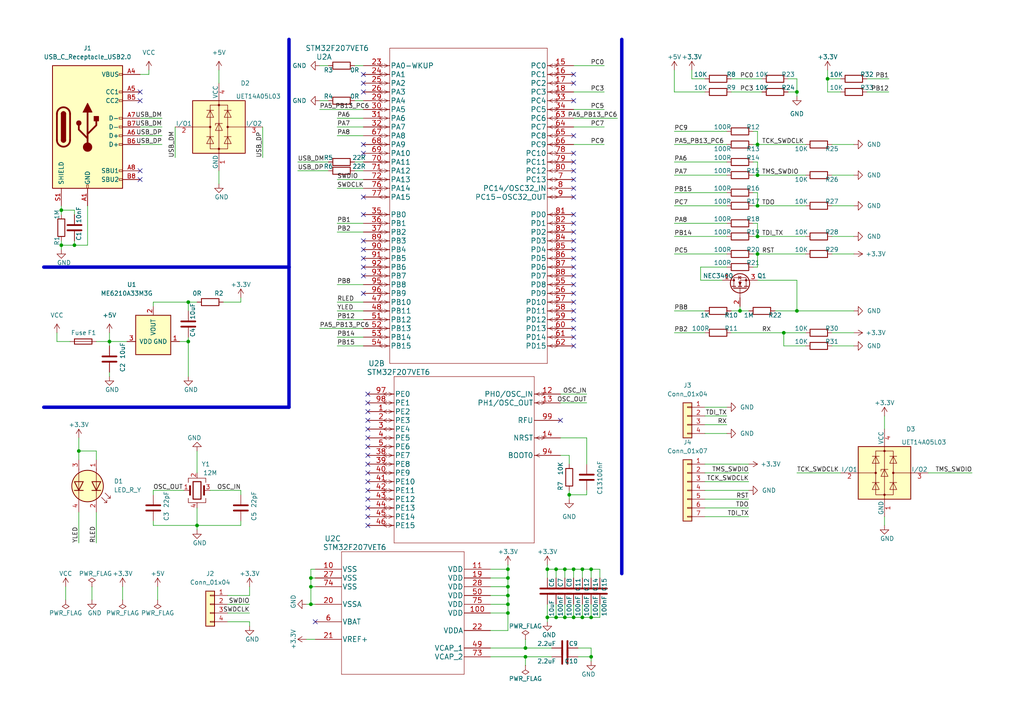
<source format=kicad_sch>
(kicad_sch (version 20211123) (generator eeschema)
  (paper "A4")
  (title_block (title "JLinkV9-mini") (date "2022-10-22") (rev "hinsshum"))
  (junction (at 21.59 71.12))
  (junction (at 161.29 179.07))
  (junction (at 240.03 22.86))
  (junction (at 231.14 90.17))
  (junction (at 147.32 170.18))
  (junction (at 219.71 41.91))
  (junction (at 171.45 190.5))
  (junction (at 147.32 177.8))
  (junction (at 219.71 73.66))
  (junction (at 90.17 167.64))
  (junction (at 214.63 90.17))
  (junction (at 219.71 50.8))
  (junction (at 147.32 165.1))
  (junction (at 168.91 179.07))
  (junction (at 166.37 165.1))
  (junction (at 17.78 60.96))
  (junction (at 152.4 187.96))
  (junction (at 90.17 170.18))
  (junction (at 90.17 175.26))
  (junction (at 171.45 165.1))
  (junction (at 231.14 26.67))
  (junction (at 163.83 165.1))
  (junction (at 161.29 165.1))
  (junction (at 147.32 175.26))
  (junction (at 166.37 179.07))
  (junction (at 57.15 152.4))
  (junction (at 152.4 190.5))
  (junction (at 54.61 99.06))
  (junction (at 165.1 143.51))
  (junction (at 168.91 165.1))
  (junction (at 147.32 172.72))
  (junction (at 31.75 99.06))
  (junction (at 158.75 165.1))
  (junction (at 163.83 179.07))
  (junction (at 158.75 179.07))
  (junction (at 22.86 130.81))
  (junction (at 219.71 59.69))
  (junction (at 219.71 68.58))
  (junction (at 147.32 167.64))
  (junction (at 227.33 96.52))
  (junction (at 171.45 179.07))
  (junction (at 54.61 87.63))
  (junction (at 17.78 71.12))
  (no_connect (at 106.68 142.24))
  (no_connect (at 105.41 77.47))
  (no_connect (at 106.68 121.92))
  (no_connect (at 166.37 49.53))
  (no_connect (at 166.37 72.39))
  (no_connect (at 166.37 52.07))
  (no_connect (at 166.37 67.31))
  (no_connect (at 166.37 92.71))
  (no_connect (at 106.68 116.84))
  (no_connect (at 166.37 100.33))
  (no_connect (at 106.68 127))
  (no_connect (at 166.37 62.23))
  (no_connect (at 106.68 149.86))
  (no_connect (at 105.41 41.91))
  (no_connect (at 106.68 119.38))
  (no_connect (at 105.41 69.85))
  (no_connect (at 105.41 62.23))
  (no_connect (at 105.41 74.93))
  (no_connect (at 106.68 144.78))
  (no_connect (at 105.41 72.39))
  (no_connect (at 166.37 74.93))
  (no_connect (at 166.37 57.15))
  (no_connect (at 40.64 49.53))
  (no_connect (at 40.64 52.07))
  (no_connect (at 106.68 137.16))
  (no_connect (at 40.64 26.67))
  (no_connect (at 166.37 54.61))
  (no_connect (at 166.37 24.13))
  (no_connect (at 166.37 44.45))
  (no_connect (at 106.68 124.46))
  (no_connect (at 106.68 152.4))
  (no_connect (at 105.41 26.67))
  (no_connect (at 105.41 21.59))
  (no_connect (at 105.41 24.13))
  (no_connect (at 166.37 39.37))
  (no_connect (at 106.68 114.3))
  (no_connect (at 166.37 29.21))
  (no_connect (at 166.37 46.99))
  (no_connect (at 166.37 95.25))
  (no_connect (at 166.37 77.47))
  (no_connect (at 166.37 82.55))
  (no_connect (at 162.56 121.92))
  (no_connect (at 166.37 21.59))
  (no_connect (at 105.41 85.09))
  (no_connect (at 166.37 85.09))
  (no_connect (at 40.64 29.21))
  (no_connect (at 105.41 44.45))
  (no_connect (at 106.68 134.62))
  (no_connect (at 166.37 97.79))
  (no_connect (at 166.37 69.85))
  (no_connect (at 106.68 139.7))
  (no_connect (at 106.68 132.08))
  (no_connect (at 166.37 90.17))
  (no_connect (at 106.68 129.54))
  (no_connect (at 166.37 80.01))
  (no_connect (at 105.41 57.15))
  (no_connect (at 105.41 80.01))
  (no_connect (at 91.44 180.34))
  (no_connect (at 166.37 87.63))
  (no_connect (at 166.37 64.77))
  (no_connect (at 106.68 147.32))
  (wire (pts (xy 97.79 90.17) (xy 105.41 90.17)))
  (wire (pts (xy 90.17 167.64) (xy 90.17 170.18)))
  (wire (pts (xy 166.37 19.05) (xy 175.26 19.05)))
  (wire (pts (xy 171.45 165.1) (xy 173.99 165.1)))
  (wire (pts (xy 203.2 77.47) (xy 203.2 81.28)))
  (wire (pts (xy 240.03 22.86) (xy 243.84 22.86)))
  (wire (pts (xy 212.09 26.67) (xy 220.98 26.67)))
  (wire (pts (xy 228.6 26.67) (xy 231.14 26.67)))
  (wire (pts (xy 212.09 96.52) (xy 227.33 96.52)))
  (wire (pts (xy 26.67 170.18) (xy 26.67 173.99)))
  (wire (pts (xy 147.32 165.1) (xy 142.24 165.1)))
  (wire (pts (xy 168.91 165.1) (xy 171.45 165.1)))
  (wire (pts (xy 240.03 26.67) (xy 240.03 22.86)))
  (wire (pts (xy 163.83 179.07) (xy 166.37 179.07)))
  (wire (pts (xy 195.58 73.66) (xy 210.82 73.66)))
  (wire (pts (xy 152.4 190.5) (xy 160.02 190.5)))
  (wire (pts (xy 31.75 99.06) (xy 31.75 100.33)))
  (wire (pts (xy 218.44 59.69) (xy 219.71 59.69)))
  (wire (pts (xy 97.79 54.61) (xy 105.41 54.61)))
  (wire (pts (xy 195.58 46.99) (xy 210.82 46.99)))
  (wire (pts (xy 167.64 187.96) (xy 171.45 187.96)))
  (wire (pts (xy 171.45 190.5) (xy 167.64 190.5)))
  (wire (pts (xy 91.44 167.64) (xy 90.17 167.64)))
  (wire (pts (xy 31.75 107.95) (xy 31.75 109.22)))
  (wire (pts (xy 88.9 175.26) (xy 90.17 175.26)))
  (wire (pts (xy 219.71 46.99) (xy 219.71 50.8)))
  (wire (pts (xy 97.79 67.31) (xy 105.41 67.31)))
  (wire (pts (xy 44.45 87.63) (xy 54.61 87.63)))
  (wire (pts (xy 21.59 60.96) (xy 17.78 60.96)))
  (wire (pts (xy 40.64 36.83) (xy 46.99 36.83)))
  (wire (pts (xy 241.3 50.8) (xy 247.65 50.8)))
  (wire (pts (xy 204.47 147.32) (xy 217.17 147.32)))
  (wire (pts (xy 212.09 22.86) (xy 220.98 22.86)))
  (wire (pts (xy 204.47 134.62) (xy 217.17 134.62)))
  (wire (pts (xy 170.18 143.51) (xy 165.1 143.51)))
  (wire (pts (xy 214.63 90.17) (xy 212.09 90.17)))
  (wire (pts (xy 219.71 64.77) (xy 219.71 68.58)))
  (wire (pts (xy 142.24 175.26) (xy 147.32 175.26)))
  (wire (pts (xy 57.15 147.32) (xy 57.15 152.4)))
  (wire (pts (xy 88.9 185.42) (xy 91.44 185.42)))
  (wire (pts (xy 166.37 165.1) (xy 166.37 167.64)))
  (wire (pts (xy 231.14 137.16) (xy 243.84 137.16)))
  (wire (pts (xy 165.1 142.24) (xy 165.1 143.51)))
  (wire (pts (xy 218.44 77.47) (xy 219.71 77.47)))
  (wire (pts (xy 44.45 88.9) (xy 44.45 87.63)))
  (wire (pts (xy 152.4 185.42) (xy 152.4 187.96)))
  (wire (pts (xy 210.82 77.47) (xy 203.2 77.47)))
  (wire (pts (xy 166.37 179.07) (xy 168.91 179.07)))
  (wire (pts (xy 50.8 36.83) (xy 50.8 45.72)))
  (wire (pts (xy 171.45 179.07) (xy 173.99 179.07)))
  (wire (pts (xy 204.47 120.65) (xy 210.82 120.65)))
  (wire (pts (xy 147.32 172.72) (xy 147.32 170.18)))
  (wire (pts (xy 66.04 177.8) (xy 72.39 177.8)))
  (wire (pts (xy 219.71 38.1) (xy 219.71 41.91)))
  (wire (pts (xy 269.24 137.16) (xy 281.94 137.16)))
  (wire (pts (xy 161.29 175.26) (xy 161.29 179.07)))
  (wire (pts (xy 91.44 165.1) (xy 90.17 165.1)))
  (wire (pts (xy 161.29 165.1) (xy 163.83 165.1)))
  (wire (pts (xy 204.47 144.78) (xy 217.17 144.78)))
  (wire (pts (xy 240.03 20.32) (xy 240.03 22.86)))
  (wire (pts (xy 241.3 41.91) (xy 247.65 41.91)))
  (wire (pts (xy 97.79 82.55) (xy 105.41 82.55)))
  (wire (pts (xy 72.39 180.34) (xy 72.39 181.61)))
  (wire (pts (xy 158.75 175.26) (xy 158.75 179.07)))
  (wire (pts (xy 203.2 81.28) (xy 209.55 81.28)))
  (wire (pts (xy 97.79 97.79) (xy 105.41 97.79)))
  (wire (pts (xy 17.78 59.69) (xy 17.78 60.96)))
  (polyline (pts (xy 83.82 11.43) (xy 83.82 77.47)) (stroke (width 1) (type solid)))
  (wire (pts (xy 21.59 71.12) (xy 17.78 71.12)))
  (wire (pts (xy 218.44 64.77) (xy 219.71 64.77)))
  (wire (pts (xy 158.75 179.07) (xy 158.75 180.34)))
  (wire (pts (xy 90.17 165.1) (xy 90.17 167.64)))
  (wire (pts (xy 163.83 175.26) (xy 163.83 179.07)))
  (wire (pts (xy 102.87 46.99) (xy 105.41 46.99)))
  (wire (pts (xy 195.58 26.67) (xy 204.47 26.67)))
  (wire (pts (xy 219.71 68.58) (xy 233.68 68.58)))
  (wire (pts (xy 90.17 175.26) (xy 91.44 175.26)))
  (wire (pts (xy 102.87 19.05) (xy 105.41 19.05)))
  (wire (pts (xy 168.91 175.26) (xy 168.91 179.07)))
  (wire (pts (xy 53.34 142.24) (xy 44.45 142.24)))
  (wire (pts (xy 214.63 90.17) (xy 217.17 90.17)))
  (wire (pts (xy 219.71 73.66) (xy 233.68 73.66)))
  (wire (pts (xy 25.4 59.69) (xy 25.4 71.12)))
  (wire (pts (xy 158.75 163.83) (xy 158.75 165.1)))
  (wire (pts (xy 152.4 187.96) (xy 160.02 187.96)))
  (polyline (pts (xy 83.82 77.47) (xy 83.82 118.11)) (stroke (width 1) (type solid)))
  (wire (pts (xy 165.1 132.08) (xy 165.1 134.62)))
  (wire (pts (xy 204.47 142.24) (xy 217.17 142.24)))
  (wire (pts (xy 97.79 39.37) (xy 105.41 39.37)))
  (wire (pts (xy 218.44 73.66) (xy 219.71 73.66)))
  (wire (pts (xy 147.32 170.18) (xy 147.32 167.64)))
  (wire (pts (xy 171.45 187.96) (xy 171.45 190.5)))
  (wire (pts (xy 204.47 125.73) (xy 210.82 125.73)))
  (wire (pts (xy 241.3 68.58) (xy 247.65 68.58)))
  (wire (pts (xy 17.78 71.12) (xy 17.78 72.39)))
  (wire (pts (xy 166.37 41.91) (xy 175.26 41.91)))
  (wire (pts (xy 218.44 68.58) (xy 219.71 68.58)))
  (wire (pts (xy 256.54 120.65) (xy 256.54 124.46)))
  (wire (pts (xy 147.32 167.64) (xy 147.32 165.1)))
  (wire (pts (xy 231.14 90.17) (xy 247.65 90.17)))
  (wire (pts (xy 219.71 59.69) (xy 233.68 59.69)))
  (wire (pts (xy 233.68 100.33) (xy 227.33 100.33)))
  (wire (pts (xy 27.94 99.06) (xy 31.75 99.06)))
  (wire (pts (xy 204.47 118.11) (xy 210.82 118.11)))
  (wire (pts (xy 158.75 165.1) (xy 161.29 165.1)))
  (wire (pts (xy 142.24 190.5) (xy 152.4 190.5)))
  (wire (pts (xy 171.45 165.1) (xy 171.45 167.64)))
  (wire (pts (xy 102.87 49.53) (xy 105.41 49.53)))
  (wire (pts (xy 22.86 130.81) (xy 22.86 133.35)))
  (wire (pts (xy 219.71 50.8) (xy 233.68 50.8)))
  (wire (pts (xy 27.94 133.35) (xy 27.94 130.81)))
  (wire (pts (xy 92.71 19.05) (xy 95.25 19.05)))
  (wire (pts (xy 27.94 130.81) (xy 22.86 130.81)))
  (wire (pts (xy 195.58 68.58) (xy 210.82 68.58)))
  (wire (pts (xy 200.66 22.86) (xy 204.47 22.86)))
  (wire (pts (xy 227.33 96.52) (xy 233.68 96.52)))
  (wire (pts (xy 54.61 97.79) (xy 54.61 99.06)))
  (polyline (pts (xy 12.7 118.11) (xy 83.82 118.11)) (stroke (width 1) (type solid)))
  (wire (pts (xy 69.85 152.4) (xy 57.15 152.4)))
  (wire (pts (xy 170.18 142.24) (xy 170.18 143.51)))
  (wire (pts (xy 97.79 64.77) (xy 105.41 64.77)))
  (polyline (pts (xy 83.82 77.47) (xy 83.82 77.47)) (stroke (width 1) (type solid)))
  (wire (pts (xy 147.32 177.8) (xy 147.32 175.26)))
  (wire (pts (xy 171.45 190.5) (xy 171.45 191.77)))
  (wire (pts (xy 142.24 187.96) (xy 152.4 187.96)))
  (wire (pts (xy 241.3 59.69) (xy 247.65 59.69)))
  (wire (pts (xy 168.91 179.07) (xy 171.45 179.07)))
  (wire (pts (xy 102.87 29.21) (xy 105.41 29.21)))
  (wire (pts (xy 219.71 41.91) (xy 233.68 41.91)))
  (wire (pts (xy 218.44 41.91) (xy 219.71 41.91)))
  (wire (pts (xy 66.04 175.26) (xy 72.39 175.26)))
  (wire (pts (xy 142.24 177.8) (xy 147.32 177.8)))
  (wire (pts (xy 173.99 175.26) (xy 173.99 179.07)))
  (wire (pts (xy 195.58 20.32) (xy 195.58 26.67)))
  (wire (pts (xy 195.58 50.8) (xy 210.82 50.8)))
  (wire (pts (xy 19.05 170.18) (xy 19.05 173.99)))
  (wire (pts (xy 21.59 69.85) (xy 21.59 71.12)))
  (wire (pts (xy 60.96 142.24) (xy 69.85 142.24)))
  (wire (pts (xy 27.94 148.59) (xy 27.94 157.48)))
  (wire (pts (xy 195.58 90.17) (xy 204.47 90.17)))
  (wire (pts (xy 170.18 127) (xy 170.18 134.62)))
  (wire (pts (xy 231.14 90.17) (xy 231.14 81.28)))
  (wire (pts (xy 256.54 149.86) (xy 256.54 152.4)))
  (wire (pts (xy 97.79 34.29) (xy 105.41 34.29)))
  (wire (pts (xy 227.33 100.33) (xy 227.33 96.52)))
  (wire (pts (xy 241.3 73.66) (xy 247.65 73.66)))
  (wire (pts (xy 147.32 163.83) (xy 147.32 165.1)))
  (wire (pts (xy 72.39 172.72) (xy 72.39 170.18)))
  (wire (pts (xy 166.37 34.29) (xy 179.07 34.29)))
  (wire (pts (xy 204.47 149.86) (xy 217.17 149.86)))
  (wire (pts (xy 31.75 96.52) (xy 31.75 99.06)))
  (wire (pts (xy 97.79 36.83) (xy 105.41 36.83)))
  (wire (pts (xy 16.51 96.52) (xy 16.51 99.06)))
  (wire (pts (xy 195.58 38.1) (xy 210.82 38.1)))
  (wire (pts (xy 142.24 182.88) (xy 147.32 182.88)))
  (wire (pts (xy 231.14 81.28) (xy 219.71 81.28)))
  (wire (pts (xy 97.79 92.71) (xy 105.41 92.71)))
  (wire (pts (xy 17.78 69.85) (xy 17.78 71.12)))
  (polyline (pts (xy 180.34 11.43) (xy 180.34 166.37)) (stroke (width 1) (type solid)))
  (wire (pts (xy 195.58 64.77) (xy 210.82 64.77)))
  (wire (pts (xy 158.75 165.1) (xy 158.75 167.64)))
  (wire (pts (xy 76.2 36.83) (xy 76.2 45.72)))
  (wire (pts (xy 204.47 137.16) (xy 217.17 137.16)))
  (wire (pts (xy 35.56 170.18) (xy 35.56 173.99)))
  (wire (pts (xy 57.15 152.4) (xy 57.15 153.67)))
  (wire (pts (xy 63.5 20.32) (xy 63.5 24.13)))
  (wire (pts (xy 228.6 22.86) (xy 231.14 22.86)))
  (wire (pts (xy 45.72 170.18) (xy 45.72 173.99)))
  (wire (pts (xy 241.3 96.52) (xy 247.65 96.52)))
  (wire (pts (xy 92.71 29.21) (xy 95.25 29.21)))
  (wire (pts (xy 162.56 114.3) (xy 170.18 114.3)))
  (wire (pts (xy 17.78 60.96) (xy 17.78 62.23)))
  (wire (pts (xy 69.85 142.24) (xy 69.85 143.51)))
  (wire (pts (xy 218.44 38.1) (xy 219.71 38.1)))
  (wire (pts (xy 218.44 55.88) (xy 219.71 55.88)))
  (wire (pts (xy 147.32 175.26) (xy 147.32 172.72)))
  (wire (pts (xy 86.36 46.99) (xy 95.25 46.99)))
  (wire (pts (xy 162.56 116.84) (xy 170.18 116.84)))
  (wire (pts (xy 219.71 73.66) (xy 219.71 77.47)))
  (wire (pts (xy 241.3 100.33) (xy 247.65 100.33)))
  (wire (pts (xy 22.86 127) (xy 22.86 130.81)))
  (wire (pts (xy 243.84 26.67) (xy 240.03 26.67)))
  (wire (pts (xy 40.64 39.37) (xy 46.99 39.37)))
  (wire (pts (xy 147.32 182.88) (xy 147.32 177.8)))
  (wire (pts (xy 231.14 26.67) (xy 231.14 27.94)))
  (wire (pts (xy 251.46 22.86) (xy 257.81 22.86)))
  (wire (pts (xy 97.79 52.07) (xy 105.41 52.07)))
  (wire (pts (xy 97.79 87.63) (xy 105.41 87.63)))
  (wire (pts (xy 54.61 87.63) (xy 54.61 90.17)))
  (wire (pts (xy 44.45 142.24) (xy 44.45 143.51)))
  (wire (pts (xy 158.75 179.07) (xy 161.29 179.07)))
  (wire (pts (xy 142.24 170.18) (xy 147.32 170.18)))
  (wire (pts (xy 195.58 41.91) (xy 210.82 41.91)))
  (wire (pts (xy 97.79 100.33) (xy 105.41 100.33)))
  (wire (pts (xy 16.51 99.06) (xy 20.32 99.06)))
  (wire (pts (xy 224.79 90.17) (xy 231.14 90.17)))
  (wire (pts (xy 92.71 95.25) (xy 105.41 95.25)))
  (wire (pts (xy 63.5 49.53) (xy 63.5 53.34)))
  (wire (pts (xy 66.04 172.72) (xy 72.39 172.72)))
  (wire (pts (xy 40.64 34.29) (xy 46.99 34.29)))
  (wire (pts (xy 44.45 151.13) (xy 44.45 152.4)))
  (wire (pts (xy 204.47 123.19) (xy 210.82 123.19)))
  (wire (pts (xy 204.47 139.7) (xy 217.17 139.7)))
  (wire (pts (xy 200.66 20.32) (xy 200.66 22.86)))
  (wire (pts (xy 152.4 190.5) (xy 152.4 193.04)))
  (wire (pts (xy 251.46 26.67) (xy 257.81 26.67)))
  (wire (pts (xy 166.37 175.26) (xy 166.37 179.07)))
  (wire (pts (xy 54.61 87.63) (xy 57.15 87.63)))
  (wire (pts (xy 218.44 46.99) (xy 219.71 46.99)))
  (wire (pts (xy 69.85 151.13) (xy 69.85 152.4)))
  (wire (pts (xy 69.85 87.63) (xy 69.85 86.36)))
  (wire (pts (xy 214.63 88.9) (xy 214.63 90.17)))
  (wire (pts (xy 162.56 132.08) (xy 165.1 132.08)))
  (wire (pts (xy 40.64 21.59) (xy 43.18 21.59)))
  (wire (pts (xy 91.44 170.18) (xy 90.17 170.18)))
  (wire (pts (xy 142.24 172.72) (xy 147.32 172.72)))
  (wire (pts (xy 195.58 59.69) (xy 210.82 59.69)))
  (wire (pts (xy 92.71 31.75) (xy 105.41 31.75)))
  (wire (pts (xy 40.64 41.91) (xy 46.99 41.91)))
  (wire (pts (xy 231.14 22.86) (xy 231.14 26.67)))
  (wire (pts (xy 166.37 165.1) (xy 168.91 165.1)))
  (wire (pts (xy 218.44 50.8) (xy 219.71 50.8)))
  (wire (pts (xy 54.61 99.06) (xy 54.61 109.22)))
  (wire (pts (xy 166.37 26.67) (xy 175.26 26.67)))
  (wire (pts (xy 21.59 62.23) (xy 21.59 60.96)))
  (wire (pts (xy 166.37 36.83) (xy 175.26 36.83)))
  (wire (pts (xy 166.37 31.75) (xy 175.26 31.75)))
  (wire (pts (xy 52.07 99.06) (xy 54.61 99.06)))
  (wire (pts (xy 22.86 148.59) (xy 22.86 157.48)))
  (wire (pts (xy 219.71 55.88) (xy 219.71 59.69)))
  (wire (pts (xy 161.29 165.1) (xy 161.29 167.64)))
  (wire (pts (xy 162.56 127) (xy 170.18 127)))
  (wire (pts (xy 173.99 167.64) (xy 173.99 165.1)))
  (wire (pts (xy 43.18 21.59) (xy 43.18 20.32)))
  (wire (pts (xy 165.1 143.51) (xy 165.1 144.78)))
  (wire (pts (xy 161.29 179.07) (xy 163.83 179.07)))
  (wire (pts (xy 168.91 165.1) (xy 168.91 167.64)))
  (wire (pts (xy 66.04 180.34) (xy 72.39 180.34)))
  (wire (pts (xy 195.58 55.88) (xy 210.82 55.88)))
  (wire (pts (xy 64.77 87.63) (xy 69.85 87.63)))
  (wire (pts (xy 163.83 165.1) (xy 163.83 167.64)))
  (wire (pts (xy 142.24 167.64) (xy 147.32 167.64)))
  (wire (pts (xy 86.36 49.53) (xy 95.25 49.53)))
  (wire (pts (xy 25.4 71.12) (xy 21.59 71.12)))
  (wire (pts (xy 31.75 99.06) (xy 36.83 99.06)))
  (wire (pts (xy 44.45 152.4) (xy 57.15 152.4)))
  (wire (pts (xy 163.83 165.1) (xy 166.37 165.1)))
  (wire (pts (xy 171.45 175.26) (xy 171.45 179.07)))
  (wire (pts (xy 90.17 170.18) (xy 90.17 175.26)))
  (wire (pts (xy 57.15 130.81) (xy 57.15 137.16)))
  (wire (pts (xy 195.58 96.52) (xy 204.47 96.52)))
  (polyline (pts (xy 12.7 77.47) (xy 83.82 77.47)) (stroke (width 1) (type solid)))
  (label "OSC_IN" (at 69.85 142.24 180))
  (label "PB14" (at 97.79 97.79 0))
  (label "RLED" (at 27.94 157.48 90))
  (label "PA8" (at 97.79 39.37 0))
  (label "PA7" (at 195.58 50.8 0))
  (label "TDI_TX" (at 220.98 68.58 0))
  (label "TCK_SWDCLK" (at 231.14 137.16 0))
  (label "PC9" (at 175.26 41.91 180))
  (label "RST" (at 220.98 73.66 0))
  (label "TDI_TX" (at 217.17 149.86 180))
  (label "SWDCLK" (at 97.79 54.61 0))
  (label "YLED" (at 22.86 157.48 90))
  (label "TMS_SWDIO" (at 220.98 50.8 0))
  (label "PB8" (at 97.79 82.55 0))
  (label "PB2" (at 195.58 96.52 0))
  (label "TMS_SWDIO" (at 217.17 137.16 180))
  (label "TDI_TX" (at 210.82 120.65 180))
  (label "SWDIO" (at 72.39 175.26 180))
  (label "PB12" (at 257.81 26.67 180))
  (label "USB_DM" (at 46.99 36.83 180))
  (label "PC9" (at 195.58 38.1 0))
  (label "PB2" (at 97.79 67.31 0))
  (label "PB15" (at 97.79 100.33 0))
  (label "RST" (at 217.17 144.78 180))
  (label "PA5_PB13_PC6" (at 195.58 41.91 0))
  (label "PC3" (at 214.63 26.67 0))
  (label "OSC_IN" (at 170.18 114.3 180))
  (label "PC3" (at 175.26 26.67 180))
  (label "YLED" (at 97.79 90.17 0))
  (label "PB1" (at 97.79 64.77 0))
  (label "OSC_OUT" (at 170.18 116.84 180))
  (label "USB_DP" (at 86.36 49.53 0))
  (label "PC7" (at 175.26 36.83 180))
  (label "PA6" (at 195.58 46.99 0))
  (label "PC0" (at 214.63 22.86 0))
  (label "PB1" (at 257.81 22.86 180))
  (label "PA5_PB13_PC6" (at 179.07 34.29 180))
  (label "USB_DP" (at 46.99 41.91 180))
  (label "PC7" (at 195.58 59.69 0))
  (label "TCK_SWDCLK" (at 220.98 41.91 0))
  (label "PA6" (at 97.79 34.29 0))
  (label "TMS_SWDIO" (at 281.94 137.16 180))
  (label "PA7" (at 97.79 36.83 0))
  (label "PC5" (at 175.26 31.75 180))
  (label "PA8" (at 195.58 64.77 0))
  (label "RX" (at 220.98 96.52 0))
  (label "OSC_OUT" (at 44.45 142.24 0))
  (label "USB_DM" (at 46.99 34.29 180))
  (label "PC5" (at 195.58 73.66 0))
  (label "PB12" (at 97.79 92.71 0))
  (label "TDO" (at 220.98 59.69 0))
  (label "RX" (at 210.82 123.19 180))
  (label "PB15" (at 195.58 55.88 0))
  (label "TDO" (at 217.17 147.32 180))
  (label "SWDCLK" (at 72.39 177.8 180))
  (label "PB8" (at 195.58 90.17 0))
  (label "USB_DP" (at 46.99 39.37 180))
  (label "RLED" (at 97.79 87.63 0))
  (label "PA5_PB13_PC6" (at 92.71 31.75 0))
  (label "USB_DP" (at 76.2 45.72 90))
  (label "TCK_SWDCLK" (at 217.17 139.7 180))
  (label "SWDIO" (at 97.79 52.07 0))
  (label "PA5_PB13_PC6" (at 92.71 95.25 0))
  (label "PB14" (at 195.58 68.58 0))
  (label "USB_DM" (at 50.8 45.72 90))
  (label "PC0" (at 175.26 19.05 180))
  (label "USB_DM" (at 86.36 46.99 0))
  (symbol (lib_id "Device:R") (at 247.65 22.86 270) (unit 1)
    (property "Reference" "R32" (at 251.46 21.59 90))
    (property "Value" "10K" (at 242.57 21.59 90))
    (property "Footprint" "Resistor_SMD:R_0402_1005Metric" (effects hide))
  )
  (symbol (lib_id "Device:R") (at 237.49 96.52 270) (unit 1)
    (property "Reference" "R30" (at 241.3 95.25 90))
    (property "Value" "10K" (at 232.41 95.25 90))
    (property "Footprint" "Resistor_SMD:R_0402_1005Metric" (effects hide))
  )
  (symbol (lib_id "Device:R") (at 208.28 22.86 270) (unit 1)
    (property "Reference" "R8" (at 212.09 21.59 90))
    (property "Value" "10K" (at 203.2 21.59 90))
    (property "Footprint" "Resistor_SMD:R_0402_1005Metric" (effects hide))
  )
  (symbol (lib_id "MCU_ST_STM32F2:STM32F207VET6") (at 91.44 165.1 0) (unit 3)
    (property "Reference" "U2" (at 96.52 156.21 0) (effects (font (size 1.524 1.524))))
    (property "Value" "STM32F207VET6" (at 102.87 158.75 0) (effects (font (size 1.524 1.524))))
    (property "Footprint" "Package_QFP:LQFP-100_14x14mm_P0.5mm" (effects hide))
  )
  (symbol (lib_id "Device:C") (at 161.29 171.45 180) (unit 1)
    (property "Reference" "C7" (at 162.56 167.64 90) (effects (justify left)))
    (property "Value" "100nF" (at 162.56 172.72 90) (effects (justify left)))
    (property "Footprint" "Capacitor_SMD:C_0402_1005Metric" (effects hide))
  )
  (symbol (lib_id "power:+5V") (at 63.5 20.32 0) (unit 1)
    (property "Reference" "#PWR014" (effects hide))
    (property "Value" "+5V" (at 63.5 15.24 0))
  )
  (symbol (lib_id "MCU_ST_STM32F2:STM32F207VET6") (at 105.41 19.05 0) (unit 1)
    (property "Reference" "U2" (at 93.98 16.51 0) (effects (font (size 1.524 1.524))))
    (property "Value" "STM32F207VET6" (at 97.79 13.97 0) (effects (font (size 1.524 1.524))))
    (property "Footprint" "Package_QFP:LQFP-100_14x14mm_P0.5mm" (effects hide))
  )
  (symbol (lib_id "Device:Fuse") (at 24.13 99.06 270) (unit 1)
    (property "Reference" "F1" (at 26.67 96.52 90))
    (property "Value" "Fuse" (at 22.86 96.52 90))
    (property "Footprint" "Fuse:Fuse_0603_1608Metric" (effects hide))
  )
  (symbol (lib_id "power:GND") (at 247.65 41.91 90) (unit 1)
    (property "Reference" "#PWR036" (effects hide))
    (property "Value" "GND" (at 251.46 41.9099 90) (effects (justify right)))
  )
  (symbol (lib_id "Device:C") (at 166.37 171.45 180) (unit 1)
    (property "Reference" "C11" (at 167.64 167.64 90) (effects (justify left)))
    (property "Value" "100nF" (at 167.64 172.72 90) (effects (justify left)))
    (property "Footprint" "Capacitor_SMD:C_0402_1005Metric" (effects hide))
  )
  (symbol (lib_id "Device:C") (at 158.75 171.45 180) (unit 1)
    (property "Reference" "C6" (at 160.02 167.64 90) (effects (justify left)))
    (property "Value" "10uF" (at 160.02 173.99 90) (effects (justify left)))
    (property "Footprint" "Capacitor_SMD:C_0603_1608Metric" (effects hide))
  )
  (symbol (lib_id "power:VCC") (at 16.51 96.52 0) (unit 1)
    (property "Reference" "#PWR01" (effects hide))
    (property "Value" "VCC" (at 16.51 91.44 0))
  )
  (symbol (lib_id "power:+3.3V") (at 158.75 163.83 0) (unit 1)
    (property "Reference" "#PWR024" (effects hide))
    (property "Value" "+3.3V" (at 158.75 160.02 0))
  )
  (symbol (lib_id "Connector_Generic:Conn_01x04") (at 199.39 120.65 0) (mirror y) (unit 1)
    (property "Reference" "J3" (at 199.39 111.76 0))
    (property "Value" "Conn_01x04" (at 199.39 114.3 0))
    (property "Footprint" "Connector_PinHeader_2.00mm:PinHeader_1x04_P2.00mm_Vertical" (effects hide))
  )
  (symbol (lib_id "Device:R") (at 247.65 26.67 270) (unit 1)
    (property "Reference" "R33" (at 251.46 25.4 90))
    (property "Value" "10K" (at 242.57 25.4 90))
    (property "Footprint" "Resistor_SMD:R_0402_1005Metric" (effects hide))
  )
  (symbol (lib_id "power:PWR_FLAG") (at 45.72 173.99 180) (unit 1)
    (property "Reference" "#FLG04" (effects hide))
    (property "Value" "PWR_FLAG" (at 45.72 177.8 0))
  )
  (symbol (lib_id "Device:R") (at 165.1 138.43 180) (unit 1)
    (property "Reference" "R7" (at 162.56 140.97 90))
    (property "Value" "10K" (at 162.56 135.89 90))
    (property "Footprint" "Resistor_SMD:R_0402_1005Metric" (effects hide))
  )
  (symbol (lib_id "Device:R") (at 237.49 41.91 270) (unit 1)
    (property "Reference" "R25" (at 241.3 43.18 90))
    (property "Value" "10K" (at 232.41 43.18 90))
    (property "Footprint" "Resistor_SMD:R_0402_1005Metric" (effects hide))
  )
  (symbol (lib_id "power:VCC") (at 43.18 20.32 0) (unit 1)
    (property "Reference" "#PWR09" (effects hide))
    (property "Value" "VCC" (at 43.18 15.24 0))
  )
  (symbol (lib_id "power:+3.3V") (at 69.85 86.36 0) (unit 1)
    (property "Reference" "#PWR016" (effects hide))
    (property "Value" "+3.3V" (at 69.85 82.55 0))
  )
  (symbol (lib_id "Device:R") (at 214.63 59.69 270) (unit 1)
    (property "Reference" "R17" (at 218.44 58.42 90))
    (property "Value" "100R" (at 209.55 58.42 90))
    (property "Footprint" "Resistor_SMD:R_0402_1005Metric" (effects hide))
  )
  (symbol (lib_id "Device:R") (at 214.63 55.88 270) (unit 1)
    (property "Reference" "R16" (at 218.44 54.61 90))
    (property "Value" "100R" (at 209.55 54.61 90))
    (property "Footprint" "Resistor_SMD:R_0402_1005Metric" (effects hide))
  )
  (symbol (lib_id "power:GND") (at 63.5 53.34 0) (unit 1)
    (property "Reference" "#PWR015" (effects hide))
    (property "Value" "GND" (at 62.23 57.15 0) (effects (justify left)))
  )
  (symbol (lib_id "power:GND") (at 92.71 29.21 270) (unit 1)
    (property "Reference" "#PWR022" (effects hide))
    (property "Value" "GND" (at 88.9 29.2099 90) (effects (justify right)))
  )
  (symbol (lib_id "Device:R") (at 17.78 66.04 180) (unit 1)
    (property "Reference" "R1" (at 16.51 69.85 90))
    (property "Value" "1M" (at 16.51 62.23 90))
    (property "Footprint" "Resistor_SMD:R_0402_1005Metric" (effects hide))
  )
  (symbol (lib_id "power:GND") (at 31.75 109.22 0) (unit 1)
    (property "Reference" "#PWR07" (effects hide))
    (property "Value" "GND" (at 30.48 113.03 0) (effects (justify left)))
  )
  (symbol (lib_id "Device:R") (at 99.06 49.53 270) (unit 1)
    (property "Reference" "R6" (at 95.25 48.26 90))
    (property "Value" "22R" (at 104.14 48.26 90))
    (property "Footprint" "Resistor_SMD:R_0402_1005Metric" (effects hide))
  )
  (symbol (lib_id "Device:R") (at 237.49 100.33 270) (unit 1)
    (property "Reference" "R31" (at 241.3 99.06 90))
    (property "Value" "10K" (at 232.41 99.06 90))
    (property "Footprint" "Resistor_SMD:R_0402_1005Metric" (effects hide))
  )
  (symbol (lib_id "power:+5V") (at 195.58 20.32 0) (unit 1)
    (property "Reference" "#PWR028" (effects hide))
    (property "Value" "+5V" (at 195.58 16.51 0))
  )
  (symbol (lib_id "Device:C") (at 163.83 187.96 90) (unit 1)
    (property "Reference" "C9" (at 167.64 186.69 90) (effects (justify left)))
    (property "Value" "2.2uF" (at 161.29 186.69 90) (effects (justify left)))
    (property "Footprint" "Capacitor_SMD:C_0402_1005Metric" (effects hide))
  )
  (symbol (lib_id "power:GND") (at 210.82 118.11 90) (unit 1)
    (property "Reference" "#PWR030" (effects hide))
    (property "Value" "GND" (at 214.63 118.1099 90) (effects (justify right)))
  )
  (symbol (lib_id "Device:C") (at 163.83 190.5 90) (unit 1)
    (property "Reference" "C10" (at 167.64 191.77 90) (effects (justify left)))
    (property "Value" "2.2uF" (at 161.29 191.77 90) (effects (justify left)))
    (property "Footprint" "Capacitor_SMD:C_0402_1005Metric" (effects hide))
  )
  (symbol (lib_id "Device:C") (at 31.75 104.14 0) (unit 1)
    (property "Reference" "C2" (at 35.56 107.95 90) (effects (justify left)))
    (property "Value" "10uF" (at 35.56 104.14 90) (effects (justify left)))
    (property "Footprint" "Capacitor_SMD:C_0603_1608Metric" (effects hide))
  )
  (symbol (lib_id "power:GND") (at 247.65 100.33 90) (unit 1)
    (property "Reference" "#PWR043" (effects hide))
    (property "Value" "GND" (at 251.46 100.3299 90) (effects (justify right)))
  )
  (symbol (lib_id "Device:R") (at 214.63 46.99 270) (unit 1)
    (property "Reference" "R14" (at 218.44 45.72 90))
    (property "Value" "100R" (at 209.55 45.72 90))
    (property "Footprint" "Resistor_SMD:R_0402_1005Metric" (effects hide))
  )
  (symbol (lib_id "Device:R") (at 237.49 59.69 270) (unit 1)
    (property "Reference" "R27" (at 241.3 58.42 90))
    (property "Value" "10K" (at 232.41 58.42 90))
    (property "Footprint" "Resistor_SMD:R_0402_1005Metric" (effects hide))
  )
  (symbol (lib_id "Device:C") (at 170.18 138.43 0) (unit 1)
    (property "Reference" "C13" (at 173.99 143.51 90) (effects (justify left)))
    (property "Value" "100nF" (at 173.99 139.7 90) (effects (justify left)))
    (property "Footprint" "Capacitor_SMD:C_0402_1005Metric" (effects hide))
  )
  (symbol (lib_id "power:GND") (at 88.9 175.26 270) (unit 1)
    (property "Reference" "#PWR019" (effects hide))
    (property "Value" "GND" (at 85.09 176.53 0) (effects (justify right)))
  )
  (symbol (lib_id "Device:C") (at 173.99 171.45 180) (unit 1)
    (property "Reference" "C15" (at 175.26 167.64 90) (effects (justify left)))
    (property "Value" "100nF" (at 175.26 172.72 90) (effects (justify left)))
    (property "Footprint" "Capacitor_SMD:C_0402_1005Metric" (effects hide))
  )
  (symbol (lib_id "Device:LED_Dual_AKAK") (at 25.4 140.97 270) (unit 1)
    (property "Reference" "D1" (at 33.02 139.5729 90) (effects (justify left)))
    (property "Value" "LED_R_Y" (at 33.02 142.1129 90) (effects (justify left)))
    (property "Footprint" "personLibrary:LED_Dual_0606" (effects hide))
  )
  (symbol (lib_id "Device:R") (at 237.49 73.66 270) (unit 1)
    (property "Reference" "R29" (at 241.3 72.39 90))
    (property "Value" "10K" (at 232.41 72.39 90))
    (property "Footprint" "Resistor_SMD:R_0402_1005Metric" (effects hide))
  )
  (symbol (lib_id "Device:R") (at 99.06 46.99 90) (unit 1)
    (property "Reference" "R5" (at 95.25 45.72 90))
    (property "Value" "22R" (at 104.14 45.72 90))
    (property "Footprint" "Resistor_SMD:R_0402_1005Metric" (effects hide))
  )
  (symbol (lib_id "power:GND") (at 171.45 191.77 0) (unit 1)
    (property "Reference" "#PWR027" (effects hide))
    (property "Value" "GND" (at 172.72 195.58 0) (effects (justify right)))
  )
  (symbol (lib_id "Connector:USB_C_Receptacle_USB2.0") (at 25.4 36.83 0) (unit 1)
    (property "Reference" "J1" (at 25.4 13.97 0))
    (property "Value" "USB_C_Receptacle_USB2.0" (at 25.4 16.51 0))
    (property "Footprint" "Connector_USB:USB_C_Receptacle_HRO_TYPE-C-31-M-12" (effects hide))
    (property "Datasheet" "https://www.usb.org/sites/default/files/documents/usb_type-c.zip" (effects hide))
  )
  (symbol (lib_id "power:GND") (at 165.1 144.78 0) (unit 1)
    (property "Reference" "#PWR026" (effects hide))
    (property "Value" "GND" (at 165.1 149.86 0))
  )
  (symbol (lib_id "Connector_Generic:Conn_01x04") (at 60.96 175.26 0) (mirror y) (unit 1)
    (property "Reference" "J2" (at 60.96 166.37 0))
    (property "Value" "Conn_01x04" (at 60.96 168.91 0))
    (property "Footprint" "Connector_PinHeader_2.00mm:PinHeader_1x04_P2.00mm_Vertical" (effects hide))
  )
  (symbol (lib_id "Device:R") (at 237.49 68.58 270) (unit 1)
    (property "Reference" "R28" (at 241.3 67.31 90))
    (property "Value" "10K" (at 232.41 67.31 90))
    (property "Footprint" "Resistor_SMD:R_0402_1005Metric" (effects hide))
  )
  (symbol (lib_id "power:+3.3V") (at 35.56 170.18 0) (unit 1)
    (property "Reference" "#PWR08" (effects hide))
    (property "Value" "+3.3V" (at 35.56 166.37 0))
  )
  (symbol (lib_id "Device:R") (at 214.63 41.91 270) (unit 1)
    (property "Reference" "R13" (at 218.44 43.18 90))
    (property "Value" "100R" (at 209.55 43.18 90))
    (property "Footprint" "Resistor_SMD:R_0402_1005Metric" (effects hide))
  )
  (symbol (lib_id "Device:C") (at 163.83 171.45 180) (unit 1)
    (property "Reference" "C8" (at 165.1 167.64 90) (effects (justify left)))
    (property "Value" "100nF" (at 165.1 172.72 90) (effects (justify left)))
    (property "Footprint" "Capacitor_SMD:C_0402_1005Metric" (effects hide))
  )
  (symbol (lib_id "power:GND") (at 57.15 130.81 180) (unit 1)
    (property "Reference" "#PWR012" (effects hide))
    (property "Value" "GND" (at 58.42 127 0) (effects (justify left)))
  )
  (symbol (lib_id "power:GND") (at 217.17 142.24 90) (unit 1)
    (property "Reference" "#PWR033" (effects hide))
    (property "Value" "GND" (at 220.98 142.2399 90) (effects (justify right)))
  )
  (symbol (lib_id "power:GND") (at 26.67 173.99 0) (unit 1)
    (property "Reference" "#PWR05" (effects hide))
    (property "Value" "GND" (at 25.4 177.8 0) (effects (justify left)))
  )
  (symbol (lib_id "power:+3.3V") (at 88.9 185.42 90) (unit 1)
    (property "Reference" "#PWR020" (effects hide))
    (property "Value" "+3.3V" (at 85.09 185.42 0))
  )
  (symbol (lib_id "Connector_Generic:Conn_01x07") (at 199.39 142.24 0) (mirror y) (unit 1)
    (property "Reference" "J4" (at 199.39 128.27 0))
    (property "Value" "Conn_01x07" (at 199.39 130.81 0))
    (property "Footprint" "Connector_PinHeader_2.00mm:PinHeader_1x07_P2.00mm_Vertical" (effects hide))
  )
  (symbol (lib_id "Device:R") (at 214.63 68.58 270) (unit 1)
    (property "Reference" "R19" (at 218.44 67.31 90))
    (property "Value" "100R" (at 209.55 67.31 90))
    (property "Footprint" "Resistor_SMD:R_0402_1005Metric" (effects hide))
  )
  (symbol (lib_id "power:+3.3V") (at 72.39 170.18 0) (unit 1)
    (property "Reference" "#PWR017" (effects hide))
    (property "Value" "+3.3V" (at 72.39 166.37 0))
  )
  (symbol (lib_id "Device:R") (at 99.06 29.21 90) (unit 1)
    (property "Reference" "R4" (at 95.25 27.94 90))
    (property "Value" "0R" (at 102.87 27.94 90))
    (property "Footprint" "Resistor_SMD:R_0402_1005Metric" (effects hide))
  )
  (symbol (lib_id "Device:R") (at 208.28 96.52 270) (unit 1)
    (property "Reference" "R11" (at 212.09 95.25 90))
    (property "Value" "100R" (at 203.2 95.25 90))
    (property "Footprint" "Resistor_SMD:R_0402_1005Metric" (effects hide))
  )
  (symbol (lib_id "power:+3.3V") (at 22.86 127 0) (unit 1)
    (property "Reference" "#PWR04" (effects hide))
    (property "Value" "+3.3V" (at 22.86 123.19 0))
  )
  (symbol (lib_id "power:GND") (at 210.82 125.73 90) (unit 1)
    (property "Reference" "#PWR031" (effects hide))
    (property "Value" "GND" (at 214.63 125.7299 90) (effects (justify right)))
  )
  (symbol (lib_id "Device:R") (at 224.79 26.67 270) (unit 1)
    (property "Reference" "R24" (at 228.6 25.4 90))
    (property "Value" "10K" (at 220.98 25.4 90))
    (property "Footprint" "Resistor_SMD:R_0402_1005Metric" (effects hide))
  )
  (symbol (lib_id "Device:C") (at 44.45 147.32 0) (unit 1)
    (property "Reference" "C3" (at 48.26 151.13 90) (effects (justify left)))
    (property "Value" "22pF" (at 48.26 147.32 90) (effects (justify left)))
    (property "Footprint" "Capacitor_SMD:C_0402_1005Metric" (effects hide))
  )
  (symbol (lib_id "power:PWR_FLAG") (at 26.67 170.18 0) (unit 1)
    (property "Reference" "#FLG02" (effects hide))
    (property "Value" "PWR_FLAG" (at 22.86 166.37 0) (effects (justify left)))
  )
  (symbol (lib_id "power:GND") (at 158.75 180.34 0) (unit 1)
    (property "Reference" "#PWR025" (effects hide))
    (property "Value" "GND" (at 161.29 184.15 0) (effects (justify right)))
  )
  (symbol (lib_id "Power_Management:BD49KxxG") (at 44.45 99.06 90) (unit 1)
    (property "Reference" "U1" (at 36.83 82.55 90) (effects (justify right)))
    (property "Value" "ME6210A33M3G" (at 29.21 85.09 90) (effects (justify right)))
    (property "Footprint" "Package_TO_SOT_SMD:SOT-23" (effects hide))
    (property "Datasheet" "https://www.rohm.de/datasheet/BD4830FVE/bd48xxg-e" (effects hide))
  )
  (symbol (lib_id "Device:R") (at 214.63 73.66 270) (unit 1)
    (property "Reference" "R20" (at 218.44 72.39 90))
    (property "Value" "100R" (at 209.55 72.39 90))
    (property "Footprint" "Resistor_SMD:R_0402_1005Metric" (effects hide))
  )
  (symbol (lib_id "power:+5V") (at 45.72 170.18 0) (unit 1)
    (property "Reference" "#PWR010" (effects hide))
    (property "Value" "+5V" (at 45.72 166.37 0))
  )
  (symbol (lib_id "Device:R") (at 208.28 26.67 270) (unit 1)
    (property "Reference" "R9" (at 212.09 25.4 90))
    (property "Value" "10K" (at 203.2 25.4 90))
    (property "Footprint" "Resistor_SMD:R_0402_1005Metric" (effects hide))
  )
  (symbol (lib_id "Device:C") (at 171.45 171.45 180) (unit 1)
    (property "Reference" "C14" (at 172.72 167.64 90) (effects (justify left)))
    (property "Value" "100nF" (at 172.72 172.72 90) (effects (justify left)))
    (property "Footprint" "Capacitor_SMD:C_0402_1005Metric" (effects hide))
  )
  (symbol (lib_id "Device:R") (at 208.28 90.17 270) (unit 1)
    (property "Reference" "R10" (at 212.09 91.44 90))
    (property "Value" "1K" (at 204.47 91.44 90))
    (property "Footprint" "Resistor_SMD:R_0402_1005Metric" (effects hide))
  )
  (symbol (lib_id "MCU_ST_STM32F2:STM32F207VET6") (at 106.68 114.3 0) (unit 2)
    (property "Reference" "U2" (at 109.22 105.41 0) (effects (font (size 1.524 1.524))))
    (property "Value" "STM32F207VET6" (at 115.57 107.95 0) (effects (font (size 1.524 1.524))))
    (property "Footprint" "Package_QFP:LQFP-100_14x14mm_P0.5mm" (effects hide))
  )
  (symbol (lib_id "power:GND") (at 17.78 72.39 0) (unit 1)
    (property "Reference" "#PWR02" (effects hide))
    (property "Value" "GND" (at 16.51 76.2 0) (effects (justify left)))
  )
  (symbol (lib_id "Device:R") (at 214.63 77.47 270) (unit 1)
    (property "Reference" "R21" (at 218.44 76.2 90))
    (property "Value" "100R" (at 209.55 76.2 90))
    (property "Footprint" "Resistor_SMD:R_0402_1005Metric" (effects hide))
  )
  (symbol (lib_id "power:GND") (at 247.65 68.58 90) (unit 1)
    (property "Reference" "#PWR039" (effects hide))
    (property "Value" "GND" (at 251.46 68.5799 90) (effects (justify right)))
  )
  (symbol (lib_id "Device:C") (at 168.91 171.45 180) (unit 1)
    (property "Reference" "C12" (at 170.18 167.64 90) (effects (justify left)))
    (property "Value" "100nF" (at 170.18 172.72 90) (effects (justify left)))
    (property "Footprint" "Capacitor_SMD:C_0402_1005Metric" (effects hide))
  )
  (symbol (lib_id "power:+3.3V") (at 200.66 20.32 0) (unit 1)
    (property "Reference" "#PWR029" (effects hide))
    (property "Value" "+3.3V" (at 200.66 16.51 0))
  )
  (symbol (lib_id "power:+3.3V") (at 217.17 134.62 270) (unit 1)
    (property "Reference" "#PWR032" (effects hide))
    (property "Value" "+3.3V" (at 223.52 134.62 90))
  )
  (symbol (lib_id "power:PWR_FLAG") (at 152.4 185.42 0) (unit 1)
    (property "Reference" "#FLG05" (effects hide))
    (property "Value" "PWR_FLAG" (at 152.4 181.61 0))
  )
  (symbol (lib_id "power:+5V") (at 31.75 96.52 0) (unit 1)
    (property "Reference" "#PWR06" (effects hide))
    (property "Value" "+5V" (at 31.75 91.44 0))
  )
  (symbol (lib_id "Device:Q_NMOS_DGS") (at 214.63 83.82 90) (unit 1)
    (property "Reference" "Q1" (at 220.98 80.01 90))
    (property "Value" "NEC3400" (at 208.28 80.01 90))
    (property "Footprint" "Package_TO_SOT_SMD:SOT-23" (effects hide))
  )
  (symbol (lib_id "Power_Protection:PRTR5V0U2X") (at 256.54 137.16 0) (unit 1)
    (property "Reference" "D3" (at 264.16 124.46 0))
    (property "Value" "UET14A05L03" (at 267.97 128.27 0))
    (property "Footprint" "Package_TO_SOT_SMD:SOT-143" (effects hide))
    (property "Datasheet" "https://assets.nexperia.com/documents/data-sheet/PRTR5V0U2X.pdf" (effects hide))
  )
  (symbol (lib_id "Device:R") (at 214.63 50.8 270) (unit 1)
    (property "Reference" "R15" (at 218.44 49.53 90))
    (property "Value" "100R" (at 209.55 49.53 90))
    (property "Footprint" "Resistor_SMD:R_0402_1005Metric" (effects hide))
  )
  (symbol (lib_id "power:+3.3V") (at 256.54 120.65 0) (unit 1)
    (property "Reference" "#PWR044" (effects hide))
    (property "Value" "+3.3V" (at 256.54 116.84 0))
  )
  (symbol (lib_id "power:GND") (at 256.54 152.4 0) (unit 1)
    (property "Reference" "#PWR045" (effects hide))
    (property "Value" "GND" (at 255.27 156.21 0) (effects (justify left)))
  )
  (symbol (lib_id "Device:R") (at 60.96 87.63 270) (unit 1)
    (property "Reference" "R2" (at 63.5 85.09 90))
    (property "Value" "0R" (at 57.15 85.09 90))
    (property "Footprint" "Resistor_SMD:R_0603_1608Metric" (effects hide))
  )
  (symbol (lib_id "power:GND") (at 54.61 109.22 0) (unit 1)
    (property "Reference" "#PWR011" (effects hide))
    (property "Value" "GND" (at 53.34 113.03 0) (effects (justify left)))
  )
  (symbol (lib_id "power:GND") (at 247.65 59.69 90) (unit 1)
    (property "Reference" "#PWR038" (effects hide))
    (property "Value" "GND" (at 251.46 59.6899 90) (effects (justify right)))
  )
  (symbol (lib_id "power:+3.3V") (at 247.65 73.66 270) (unit 1)
    (property "Reference" "#PWR040" (effects hide))
    (property "Value" "+3.3V" (at 254 73.66 90))
  )
  (symbol (lib_id "power:PWR_FLAG") (at 19.05 173.99 180) (unit 1)
    (property "Reference" "#FLG01" (effects hide))
    (property "Value" "PWR_FLAG" (at 19.05 177.8 0))
  )
  (symbol (lib_id "Device:Crystal_GND24") (at 57.15 142.24 0) (unit 1)
    (property "Reference" "Y1" (at 59.69 134.62 0))
    (property "Value" "12M" (at 60.96 137.16 0))
    (property "Footprint" "Crystal:Crystal_SMD_3225-4Pin_3.2x2.5mm" (effects hide))
  )
  (symbol (lib_id "Device:R") (at 224.79 22.86 270) (unit 1)
    (property "Reference" "R23" (at 228.6 21.59 90))
    (property "Value" "10K" (at 220.98 21.59 90))
    (property "Footprint" "Resistor_SMD:R_0402_1005Metric" (effects hide))
  )
  (symbol (lib_id "power:GND") (at 72.39 181.61 0) (unit 1)
    (property "Reference" "#PWR018" (effects hide))
    (property "Value" "GND" (at 71.12 185.42 0) (effects (justify left)))
  )
  (symbol (lib_id "Device:C") (at 54.61 93.98 0) (unit 1)
    (property "Reference" "C4" (at 55.88 97.79 90) (effects (justify left)))
    (property "Value" "10uF" (at 55.88 92.71 90) (effects (justify left)))
    (property "Footprint" "Capacitor_SMD:C_0603_1608Metric" (effects hide))
  )
  (symbol (lib_id "Device:C") (at 69.85 147.32 0) (unit 1)
    (property "Reference" "C5" (at 73.66 151.13 90) (effects (justify left)))
    (property "Value" "22pF" (at 73.66 147.32 90) (effects (justify left)))
    (property "Footprint" "Capacitor_SMD:C_0402_1005Metric" (effects hide))
  )
  (symbol (lib_id "Device:R") (at 237.49 50.8 270) (unit 1)
    (property "Reference" "R26" (at 241.3 52.07 90))
    (property "Value" "10K" (at 232.41 52.07 90))
    (property "Footprint" "Resistor_SMD:R_0402_1005Metric" (effects hide))
  )
  (symbol (lib_id "power:GND") (at 92.71 19.05 270) (unit 1)
    (property "Reference" "#PWR021" (effects hide))
    (property "Value" "GND" (at 88.9 19.0499 90) (effects (justify right)))
  )
  (symbol (lib_id "power:+3.3V") (at 240.03 20.32 0) (unit 1)
    (property "Reference" "#PWR035" (effects hide))
    (property "Value" "+3.3V" (at 240.03 16.51 0))
  )
  (symbol (lib_id "Device:R") (at 214.63 64.77 270) (unit 1)
    (property "Reference" "R18" (at 218.44 63.5 90))
    (property "Value" "100R" (at 209.55 63.5 90))
    (property "Footprint" "Resistor_SMD:R_0402_1005Metric" (effects hide))
  )
  (symbol (lib_id "power:GND") (at 231.14 27.94 0) (unit 1)
    (property "Reference" "#PWR034" (effects hide))
    (property "Value" "GND" (at 231.14 33.02 0))
  )
  (symbol (lib_id "power:+3.3V") (at 147.32 163.83 0) (unit 1)
    (property "Reference" "#PWR023" (effects hide))
    (property "Value" "+3.3V" (at 147.32 160.02 0))
  )
  (symbol (lib_id "power:GND") (at 247.65 50.8 90) (unit 1)
    (property "Reference" "#PWR037" (effects hide))
    (property "Value" "GND" (at 251.46 50.7999 90) (effects (justify right)))
  )
  (symbol (lib_id "Device:C") (at 21.59 66.04 0) (unit 1)
    (property "Reference" "C1" (at 22.86 69.85 90) (effects (justify left)))
    (property "Value" "10nF" (at 22.86 64.77 90) (effects (justify left)))
    (property "Footprint" "Capacitor_SMD:C_0402_1005Metric" (effects hide))
  )
  (symbol (lib_id "power:+3.3V") (at 247.65 96.52 270) (unit 1)
    (property "Reference" "#PWR042" (effects hide))
    (property "Value" "+3.3V" (at 254 96.52 90))
  )
  (symbol (lib_id "power:PWR_FLAG") (at 152.4 193.04 180) (unit 1)
    (property "Reference" "#FLG06" (effects hide))
    (property "Value" "PWR_FLAG" (at 152.4 196.85 0))
  )
  (symbol (lib_id "power:GND") (at 57.15 153.67 0) (unit 1)
    (property "Reference" "#PWR013" (effects hide))
    (property "Value" "GND" (at 55.88 157.48 0) (effects (justify left)))
  )
  (symbol (lib_id "Device:R") (at 220.98 90.17 270) (unit 1)
    (property "Reference" "R22" (at 224.79 91.44 90))
    (property "Value" "1M" (at 217.17 91.44 90))
    (property "Footprint" "Resistor_SMD:R_0402_1005Metric" (effects hide))
  )
  (symbol (lib_id "Device:R") (at 99.06 19.05 90) (unit 1)
    (property "Reference" "R3" (at 95.25 20.32 90))
    (property "Value" "0R" (at 102.87 20.32 90))
    (property "Footprint" "Resistor_SMD:R_0402_1005Metric" (effects hide))
  )
  (symbol (lib_id "Power_Protection:PRTR5V0U2X") (at 63.5 36.83 0) (unit 1)
    (property "Reference" "D2" (at 71.12 24.13 0))
    (property "Value" "UET14A05L03" (at 74.93 27.94 0))
    (property "Footprint" "Package_TO_SOT_SMD:SOT-143" (effects hide))
    (property "Datasheet" "https://assets.nexperia.com/documents/data-sheet/PRTR5V0U2X.pdf" (effects hide))
  )
  (symbol (lib_id "power:PWR_FLAG") (at 35.56 173.99 180) (unit 1)
    (property "Reference" "#FLG03" (effects hide))
    (property "Value" "PWR_FLAG" (at 35.56 177.8 0))
  )
  (symbol (lib_id "Device:R") (at 214.63 38.1 270) (unit 1)
    (property "Reference" "R12" (at 218.44 36.83 90))
    (property "Value" "100R" (at 209.55 36.83 90))
    (property "Footprint" "Resistor_SMD:R_0402_1005Metric" (effects hide))
  )
  (symbol (lib_id "power:GND") (at 247.65 90.17 90) (unit 1)
    (property "Reference" "#PWR041" (effects hide))
    (property "Value" "GND" (at 251.46 90.1699 90) (effects (justify right)))
  )
  (symbol (lib_id "power:VCC") (at 19.05 170.18 0) (unit 1)
    (property "Reference" "#PWR03" (effects hide))
    (property "Value" "VCC" (at 19.05 166.37 0))
  )
)
</source>
